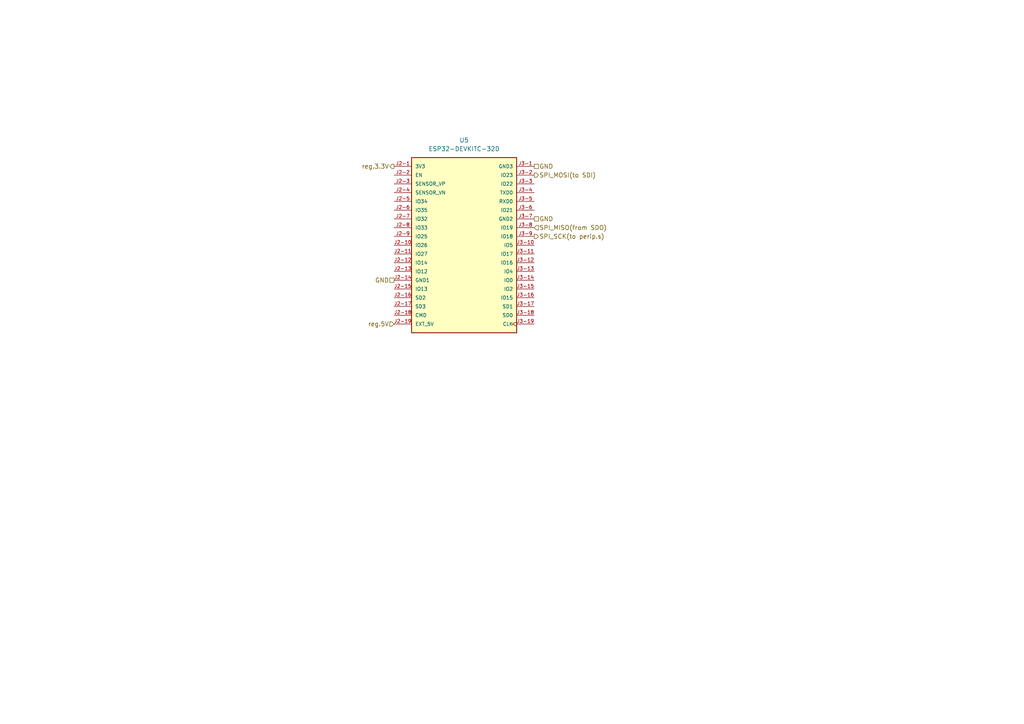
<source format=kicad_sch>
(kicad_sch (version 20231120) (generator "eeschema") (generator_version "8.0")
  (paper "A4")
  (lib_symbols
    (symbol "ESP32-DEVKITC-32D:ESP32-DEVKITC-32D" (pin_names (offset 1.016))
      (property "Reference" "U" (at -15.2572 26.0643 0))
      (property "Value" "ESP32-DEVKITC-32D" (at -15.2563 -27.9698 0))
      (symbol "ESP32-DEVKITC-32D_0_0"
        (rectangle (start -15.24 25.4) (end 15.24 -25.4) (stroke (width 0.254)) (fill (type background)))
        (pin power_in line (at -20.32 22.86 0) (length 5.08) (name "3V3") (number "J2-1"))
        (pin bidirectional line (at -20.32 0 0) (length 5.08) (name "IO26") (number "J2-10"))
        (pin bidirectional line (at -20.32 -2.54 0) (length 5.08) (name "IO27") (number "J2-11"))
        (pin bidirectional line (at -20.32 -5.08 0) (length 5.08) (name "IO14") (number "J2-12"))
        (pin bidirectional line (at -20.32 -7.62 0) (length 5.08) (name "IO12") (number "J2-13"))
        (pin power_in line (at -20.32 -10.16 0) (length 5.08) (name "GND1") (number "J2-14"))
        (pin bidirectional line (at -20.32 -12.7 0) (length 5.08) (name "IO13") (number "J2-15"))
        (pin bidirectional line (at -20.32 -15.24 0) (length 5.08) (name "SD2") (number "J2-16"))
        (pin bidirectional line (at -20.32 -17.78 0) (length 5.08) (name "SD3") (number "J2-17"))
        (pin bidirectional line (at -20.32 -20.32 0) (length 5.08) (name "CMD") (number "J2-18"))
        (pin power_in line (at -20.32 -22.86 0) (length 5.08) (name "EXT_5V") (number "J2-19"))
        (pin input line (at -20.32 20.32 0) (length 5.08) (name "EN") (number "J2-2"))
        (pin input line (at -20.32 17.78 0) (length 5.08) (name "SENSOR_VP") (number "J2-3"))
        (pin input line (at -20.32 15.24 0) (length 5.08) (name "SENSOR_VN") (number "J2-4"))
        (pin bidirectional line (at -20.32 12.7 0) (length 5.08) (name "IO34") (number "J2-5"))
        (pin bidirectional line (at -20.32 10.16 0) (length 5.08) (name "IO35") (number "J2-6"))
        (pin bidirectional line (at -20.32 7.62 0) (length 5.08) (name "IO32") (number "J2-7"))
        (pin bidirectional line (at -20.32 5.08 0) (length 5.08) (name "IO33") (number "J2-8"))
        (pin bidirectional line (at -20.32 2.54 0) (length 5.08) (name "IO25") (number "J2-9"))
        (pin power_in line (at 20.32 22.86 180) (length 5.08) (name "GND3") (number "J3-1"))
        (pin bidirectional line (at 20.32 0 180) (length 5.08) (name "IO5") (number "J3-10"))
        (pin bidirectional line (at 20.32 -2.54 180) (length 5.08) (name "IO17") (number "J3-11"))
        (pin bidirectional line (at 20.32 -5.08 180) (length 5.08) (name "IO16") (number "J3-12"))
        (pin bidirectional line (at 20.32 -7.62 180) (length 5.08) (name "IO4") (number "J3-13"))
        (pin bidirectional line (at 20.32 -10.16 180) (length 5.08) (name "IO0") (number "J3-14"))
        (pin bidirectional line (at 20.32 -12.7 180) (length 5.08) (name "IO2") (number "J3-15"))
        (pin bidirectional line (at 20.32 -15.24 180) (length 5.08) (name "IO15") (number "J3-16"))
        (pin bidirectional line (at 20.32 -17.78 180) (length 5.08) (name "SD1") (number "J3-17"))
        (pin bidirectional line (at 20.32 -20.32 180) (length 5.08) (name "SD0") (number "J3-18"))
        (pin input clock (at 20.32 -22.86 180) (length 5.08) (name "CLK") (number "J3-19"))
        (pin bidirectional line (at 20.32 20.32 180) (length 5.08) (name "IO23") (number "J3-2"))
        (pin bidirectional line (at 20.32 17.78 180) (length 5.08) (name "IO22") (number "J3-3"))
        (pin output line (at 20.32 15.24 180) (length 5.08) (name "TXD0") (number "J3-4"))
        (pin input line (at 20.32 12.7 180) (length 5.08) (name "RXD0") (number "J3-5"))
        (pin bidirectional line (at 20.32 10.16 180) (length 5.08) (name "IO21") (number "J3-6"))
        (pin power_in line (at 20.32 7.62 180) (length 5.08) (name "GND2") (number "J3-7"))
        (pin bidirectional line (at 20.32 5.08 180) (length 5.08) (name "IO19") (number "J3-8"))
        (pin bidirectional line (at 20.32 2.54 180) (length 5.08) (name "IO18") (number "J3-9"))
      )
    )
  )
  (hierarchical_label "GND" (shape passive) (at 154.94 48.26 0))
  (hierarchical_label "SPI_SCK(to perip.s)" (shape output) (at 154.94 68.58 0))
  (hierarchical_label "SPI_MOSI(to SDI)" (shape output) (at 154.94 50.8 0))
  (hierarchical_label "GND" (shape passive) (at 114.3 81.28 180))
  (hierarchical_label "SPI_MISO(from SDO)" (shape input) (at 154.94 66.04 0))
  (hierarchical_label "reg.3.3V" (shape output) (at 114.3 48.26 180))
  (hierarchical_label "reg.5V" (shape input) (at 114.3 93.98 180))
  (hierarchical_label "GND" (shape passive) (at 154.94 63.5 0))
  (symbol (lib_id "ESP32-DEVKITC-32D:ESP32-DEVKITC-32D") (at 134.62 71.12 0) (unit 1)
    (property "Reference" "U5" (at 134.62 40.64 0))
    (property "Value" "ESP32-DEVKITC-32D" (at 134.62 43.18 0))
    (property "Footprint" "digikey-footprints:MODULE_ESP32-DEVKITC-32D" (effects (hide yes)))
    (property "DigiKey_Part_Number" "4166-ESP32-DEVKITC-32D-ND" (effects (hide yes)))
    (property "SnapEDA_Link" "https://www.snapeda.com/parts/ESP32-DEVKITC-32D/Espressif+Systems/view-part/?ref=snap" (effects (hide yes)))
    (property "MAXIMUM_PACKAGE_HEIGHT" "N/A" (effects (hide yes)))
    (property "Package" "None" (effects (hide yes)))
    (property "Check_prices" "https://www.snapeda.com/parts/ESP32-DEVKITC-32D/Espressif+Systems/view-part/?ref=eda" (effects (hide yes)))
    (property "STANDARD" "Manufacturer Recommendations" (effects (hide yes)))
    (property "PARTREV" "V4" (effects (hide yes)))
    (property "MF" "Espressif Systems" (effects (hide yes)))
    (property "MP" "ESP32-DEVKITC-32D" (effects (hide yes)))
    (property "Description_1" "\n                        \n                            WiFi Development Tools (802.11) ESP32 General Development Kit, ESP32-WROOM-32D on the board\n                        \n" (effects (hide yes)))
    (property "MANUFACTURER" "Espressif Systems" (effects (hide yes)))
    (property "SNAPEDA_PN" "ESP32-DEVKITC-32D" (effects (hide yes)))
  )
)
</source>
